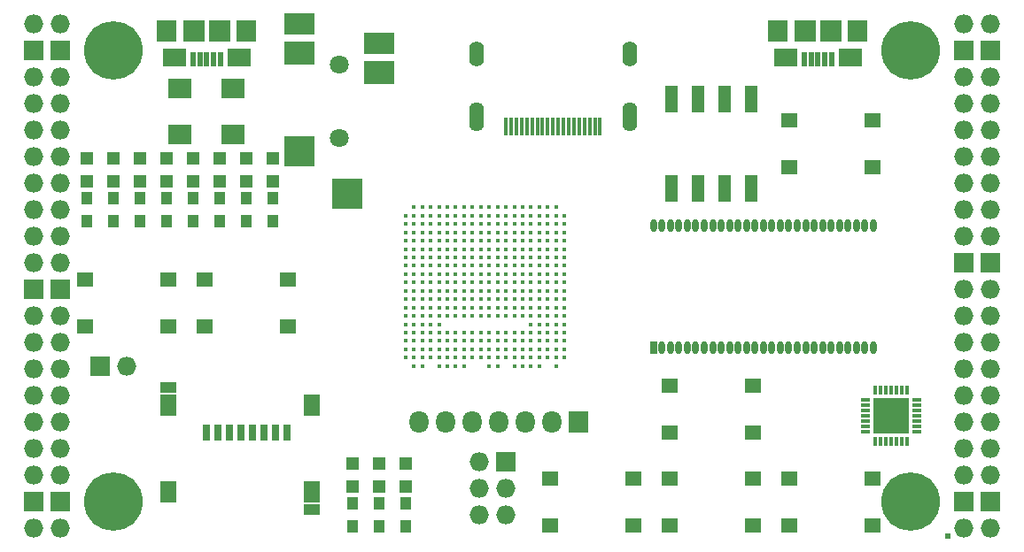
<source format=gts>
G04 #@! TF.FileFunction,Soldermask,Top*
%FSLAX46Y46*%
G04 Gerber Fmt 4.6, Leading zero omitted, Abs format (unit mm)*
G04 Created by KiCad (PCBNEW 4.0.7+dfsg1-1) date Sun Dec 17 18:43:24 2017*
%MOMM*%
%LPD*%
G01*
G04 APERTURE LIST*
%ADD10C,0.100000*%
%ADD11O,1.827200X1.827200*%
%ADD12R,1.827200X1.827200*%
%ADD13R,0.600000X0.600000*%
%ADD14C,5.600000*%
%ADD15R,1.000000X1.300000*%
%ADD16R,2.200000X1.700000*%
%ADD17R,2.000000X2.000000*%
%ADD18R,0.500000X1.450000*%
%ADD19R,1.900000X2.000000*%
%ADD20O,0.950000X0.400000*%
%ADD21O,0.400000X0.950000*%
%ADD22R,1.775000X1.775000*%
%ADD23R,1.827200X2.132000*%
%ADD24O,1.827200X2.132000*%
%ADD25R,1.650000X1.400000*%
%ADD26R,1.220000X2.540000*%
%ADD27C,0.430000*%
%ADD28R,1.300000X1.300000*%
%ADD29R,2.900000X2.100000*%
%ADD30R,2.900000X2.300000*%
%ADD31R,2.900000X2.900000*%
%ADD32C,1.800000*%
%ADD33O,1.400000X2.800000*%
%ADD34O,1.400000X2.400000*%
%ADD35R,0.350000X1.700000*%
%ADD36O,0.660000X1.200000*%
%ADD37R,0.660000X1.200000*%
%ADD38R,0.800000X1.600000*%
%ADD39R,1.550000X1.000000*%
%ADD40R,1.550000X2.100000*%
%ADD41R,2.300000X1.900000*%
G04 APERTURE END LIST*
D10*
D11*
X97910000Y-62690000D03*
X95370000Y-62690000D03*
D12*
X97910000Y-65230000D03*
X95370000Y-65230000D03*
D11*
X97910000Y-67770000D03*
X95370000Y-67770000D03*
X97910000Y-70310000D03*
X95370000Y-70310000D03*
X97910000Y-72850000D03*
X95370000Y-72850000D03*
X97910000Y-75390000D03*
X95370000Y-75390000D03*
X97910000Y-77930000D03*
X95370000Y-77930000D03*
X97910000Y-80470000D03*
X95370000Y-80470000D03*
X97910000Y-83010000D03*
X95370000Y-83010000D03*
X97910000Y-85550000D03*
X95370000Y-85550000D03*
D12*
X97910000Y-88090000D03*
X95370000Y-88090000D03*
D11*
X97910000Y-90630000D03*
X95370000Y-90630000D03*
X97910000Y-93170000D03*
X95370000Y-93170000D03*
X97910000Y-95710000D03*
X95370000Y-95710000D03*
X97910000Y-98250000D03*
X95370000Y-98250000D03*
X97910000Y-100790000D03*
X95370000Y-100790000D03*
X97910000Y-103330000D03*
X95370000Y-103330000D03*
X97910000Y-105870000D03*
X95370000Y-105870000D03*
D12*
X97910000Y-108410000D03*
X95370000Y-108410000D03*
D11*
X97910000Y-110950000D03*
X95370000Y-110950000D03*
D13*
X182675150Y-111637626D03*
D11*
X184270000Y-110950000D03*
X186810000Y-110950000D03*
D12*
X184270000Y-108410000D03*
X186810000Y-108410000D03*
D11*
X184270000Y-105870000D03*
X186810000Y-105870000D03*
X184270000Y-103330000D03*
X186810000Y-103330000D03*
X184270000Y-100790000D03*
X186810000Y-100790000D03*
X184270000Y-98250000D03*
X186810000Y-98250000D03*
X184270000Y-95710000D03*
X186810000Y-95710000D03*
X184270000Y-93170000D03*
X186810000Y-93170000D03*
X184270000Y-90630000D03*
X186810000Y-90630000D03*
X184270000Y-88090000D03*
X186810000Y-88090000D03*
D12*
X184270000Y-85550000D03*
X186810000Y-85550000D03*
D11*
X184270000Y-83010000D03*
X186810000Y-83010000D03*
X184270000Y-80470000D03*
X186810000Y-80470000D03*
X184270000Y-77930000D03*
X186810000Y-77930000D03*
X184270000Y-75390000D03*
X186810000Y-75390000D03*
X184270000Y-72850000D03*
X186810000Y-72850000D03*
X184270000Y-70310000D03*
X186810000Y-70310000D03*
X184270000Y-67770000D03*
X186810000Y-67770000D03*
D12*
X184270000Y-65230000D03*
X186810000Y-65230000D03*
D11*
X184270000Y-62690000D03*
X186810000Y-62690000D03*
D14*
X102990000Y-108410000D03*
X179190000Y-108410000D03*
X179190000Y-65230000D03*
X102990000Y-65230000D03*
D12*
X101720000Y-95456000D03*
D11*
X104260000Y-95456000D03*
D15*
X128390000Y-108580000D03*
X128390000Y-110780000D03*
X130930000Y-110780000D03*
X130930000Y-108580000D03*
D16*
X114980000Y-65875000D03*
X108780000Y-65875000D03*
D17*
X113080000Y-63325000D03*
X110680000Y-63325000D03*
D18*
X113180000Y-66000000D03*
X112530000Y-66000000D03*
X111880000Y-66000000D03*
X111230000Y-66000000D03*
X110580000Y-66000000D03*
D19*
X115680000Y-63325000D03*
X108080000Y-63325000D03*
D16*
X173400000Y-65875000D03*
X167200000Y-65875000D03*
D17*
X171500000Y-63325000D03*
X169100000Y-63325000D03*
D18*
X171600000Y-66000000D03*
X170950000Y-66000000D03*
X170300000Y-66000000D03*
X169650000Y-66000000D03*
X169000000Y-66000000D03*
D19*
X174100000Y-63325000D03*
X166500000Y-63325000D03*
D12*
X140455000Y-104600000D03*
D11*
X137915000Y-104600000D03*
X140455000Y-107140000D03*
X137915000Y-107140000D03*
X140455000Y-109680000D03*
X137915000Y-109680000D03*
D15*
X118230000Y-81570000D03*
X118230000Y-79370000D03*
X115690000Y-81570000D03*
X115690000Y-79370000D03*
X113150000Y-81570000D03*
X113150000Y-79370000D03*
X110610000Y-81570000D03*
X110610000Y-79370000D03*
X108070000Y-81570000D03*
X108070000Y-79370000D03*
X105530000Y-81570000D03*
X105530000Y-79370000D03*
X102990000Y-81570000D03*
X102990000Y-79370000D03*
X100450000Y-81570000D03*
X100450000Y-79370000D03*
D20*
X179735000Y-101655000D03*
X179735000Y-101155000D03*
X179735000Y-100655000D03*
X179735000Y-100155000D03*
X179735000Y-99655000D03*
X179735000Y-99155000D03*
X179735000Y-98655000D03*
D21*
X178785000Y-97705000D03*
X178285000Y-97705000D03*
X177785000Y-97705000D03*
X177285000Y-97705000D03*
X176785000Y-97705000D03*
X176285000Y-97705000D03*
X175785000Y-97705000D03*
D20*
X174835000Y-98655000D03*
X174835000Y-99155000D03*
X174835000Y-99655000D03*
X174835000Y-100155000D03*
X174835000Y-100655000D03*
X174835000Y-101155000D03*
X174835000Y-101655000D03*
D21*
X175785000Y-102605000D03*
X176285000Y-102605000D03*
X176785000Y-102605000D03*
X177285000Y-102605000D03*
X177785000Y-102605000D03*
X178285000Y-102605000D03*
X178785000Y-102605000D03*
D22*
X176447500Y-99317500D03*
X176447500Y-100992500D03*
X178122500Y-99317500D03*
X178122500Y-100992500D03*
D23*
X147440000Y-100790000D03*
D24*
X144900000Y-100790000D03*
X142360000Y-100790000D03*
X139820000Y-100790000D03*
X137280000Y-100790000D03*
X134740000Y-100790000D03*
X132200000Y-100790000D03*
D25*
X175550000Y-71870000D03*
X175550000Y-76370000D03*
X167590000Y-76370000D03*
X167590000Y-71870000D03*
X100280000Y-91610000D03*
X100280000Y-87110000D03*
X108240000Y-87110000D03*
X108240000Y-91610000D03*
X111710000Y-91610000D03*
X111710000Y-87110000D03*
X119670000Y-87110000D03*
X119670000Y-91610000D03*
X156160000Y-101770000D03*
X156160000Y-97270000D03*
X164120000Y-97270000D03*
X164120000Y-101770000D03*
X164120000Y-106160000D03*
X164120000Y-110660000D03*
X156160000Y-110660000D03*
X156160000Y-106160000D03*
X152690000Y-106160000D03*
X152690000Y-110660000D03*
X144730000Y-110660000D03*
X144730000Y-106160000D03*
X175550000Y-106160000D03*
X175550000Y-110660000D03*
X167590000Y-110660000D03*
X167590000Y-106160000D03*
D26*
X156330000Y-78425000D03*
X163950000Y-69815000D03*
X158870000Y-78425000D03*
X161410000Y-69815000D03*
X161410000Y-78425000D03*
X158870000Y-69815000D03*
X163950000Y-78425000D03*
X156330000Y-69815000D03*
D27*
X131680000Y-80200000D03*
X132480000Y-80200000D03*
X133280000Y-80200000D03*
X134080000Y-80200000D03*
X134880000Y-80200000D03*
X135680000Y-80200000D03*
X136480000Y-80200000D03*
X137280000Y-80200000D03*
X138080000Y-80200000D03*
X138880000Y-80200000D03*
X139680000Y-80200000D03*
X140480000Y-80200000D03*
X141280000Y-80200000D03*
X142080000Y-80200000D03*
X142880000Y-80200000D03*
X143680000Y-80200000D03*
X144480000Y-80200000D03*
X145280000Y-80200000D03*
X130880000Y-81000000D03*
X131680000Y-81000000D03*
X132480000Y-81000000D03*
X133280000Y-81000000D03*
X134080000Y-81000000D03*
X134880000Y-81000000D03*
X135680000Y-81000000D03*
X136480000Y-81000000D03*
X137280000Y-81000000D03*
X138080000Y-81000000D03*
X138880000Y-81000000D03*
X139680000Y-81000000D03*
X140480000Y-81000000D03*
X141280000Y-81000000D03*
X142080000Y-81000000D03*
X142880000Y-81000000D03*
X143680000Y-81000000D03*
X144480000Y-81000000D03*
X145280000Y-81000000D03*
X146080000Y-81000000D03*
X130880000Y-81800000D03*
X131680000Y-81800000D03*
X132480000Y-81800000D03*
X133280000Y-81800000D03*
X134080000Y-81800000D03*
X134880000Y-81800000D03*
X135680000Y-81800000D03*
X136480000Y-81800000D03*
X137280000Y-81800000D03*
X138080000Y-81800000D03*
X138880000Y-81800000D03*
X139680000Y-81800000D03*
X140480000Y-81800000D03*
X141280000Y-81800000D03*
X142080000Y-81800000D03*
X142880000Y-81800000D03*
X143680000Y-81800000D03*
X144480000Y-81800000D03*
X145280000Y-81800000D03*
X146080000Y-81800000D03*
X130880000Y-82600000D03*
X131680000Y-82600000D03*
X132480000Y-82600000D03*
X133280000Y-82600000D03*
X134080000Y-82600000D03*
X134880000Y-82600000D03*
X135680000Y-82600000D03*
X136480000Y-82600000D03*
X137280000Y-82600000D03*
X138080000Y-82600000D03*
X138880000Y-82600000D03*
X139680000Y-82600000D03*
X140480000Y-82600000D03*
X141280000Y-82600000D03*
X142080000Y-82600000D03*
X142880000Y-82600000D03*
X143680000Y-82600000D03*
X144480000Y-82600000D03*
X145280000Y-82600000D03*
X146080000Y-82600000D03*
X130880000Y-83400000D03*
X131680000Y-83400000D03*
X132480000Y-83400000D03*
X133280000Y-83400000D03*
X134080000Y-83400000D03*
X134880000Y-83400000D03*
X135680000Y-83400000D03*
X136480000Y-83400000D03*
X137280000Y-83400000D03*
X138080000Y-83400000D03*
X138880000Y-83400000D03*
X139680000Y-83400000D03*
X140480000Y-83400000D03*
X141280000Y-83400000D03*
X142080000Y-83400000D03*
X142880000Y-83400000D03*
X143680000Y-83400000D03*
X144480000Y-83400000D03*
X145280000Y-83400000D03*
X146080000Y-83400000D03*
X130880000Y-84200000D03*
X131680000Y-84200000D03*
X132480000Y-84200000D03*
X133280000Y-84200000D03*
X134080000Y-84200000D03*
X134880000Y-84200000D03*
X135680000Y-84200000D03*
X136480000Y-84200000D03*
X137280000Y-84200000D03*
X138080000Y-84200000D03*
X138880000Y-84200000D03*
X139680000Y-84200000D03*
X140480000Y-84200000D03*
X141280000Y-84200000D03*
X142080000Y-84200000D03*
X142880000Y-84200000D03*
X143680000Y-84200000D03*
X144480000Y-84200000D03*
X145280000Y-84200000D03*
X146080000Y-84200000D03*
X130880000Y-85000000D03*
X131680000Y-85000000D03*
X132480000Y-85000000D03*
X133280000Y-85000000D03*
X134080000Y-85000000D03*
X134880000Y-85000000D03*
X135680000Y-85000000D03*
X136480000Y-85000000D03*
X137280000Y-85000000D03*
X138080000Y-85000000D03*
X138880000Y-85000000D03*
X139680000Y-85000000D03*
X140480000Y-85000000D03*
X141280000Y-85000000D03*
X142080000Y-85000000D03*
X142880000Y-85000000D03*
X143680000Y-85000000D03*
X144480000Y-85000000D03*
X145280000Y-85000000D03*
X146080000Y-85000000D03*
X130880000Y-85800000D03*
X131680000Y-85800000D03*
X132480000Y-85800000D03*
X133280000Y-85800000D03*
X134080000Y-85800000D03*
X134880000Y-85800000D03*
X135680000Y-85800000D03*
X136480000Y-85800000D03*
X137280000Y-85800000D03*
X138080000Y-85800000D03*
X138880000Y-85800000D03*
X139680000Y-85800000D03*
X140480000Y-85800000D03*
X141280000Y-85800000D03*
X142080000Y-85800000D03*
X142880000Y-85800000D03*
X143680000Y-85800000D03*
X144480000Y-85800000D03*
X145280000Y-85800000D03*
X146080000Y-85800000D03*
X130880000Y-86600000D03*
X131680000Y-86600000D03*
X132480000Y-86600000D03*
X133280000Y-86600000D03*
X134080000Y-86600000D03*
X134880000Y-86600000D03*
X135680000Y-86600000D03*
X136480000Y-86600000D03*
X137280000Y-86600000D03*
X138080000Y-86600000D03*
X138880000Y-86600000D03*
X139680000Y-86600000D03*
X140480000Y-86600000D03*
X141280000Y-86600000D03*
X142080000Y-86600000D03*
X142880000Y-86600000D03*
X143680000Y-86600000D03*
X144480000Y-86600000D03*
X145280000Y-86600000D03*
X146080000Y-86600000D03*
X130880000Y-87400000D03*
X131680000Y-87400000D03*
X132480000Y-87400000D03*
X133280000Y-87400000D03*
X134080000Y-87400000D03*
X134880000Y-87400000D03*
X135680000Y-87400000D03*
X136480000Y-87400000D03*
X137280000Y-87400000D03*
X138080000Y-87400000D03*
X138880000Y-87400000D03*
X139680000Y-87400000D03*
X140480000Y-87400000D03*
X141280000Y-87400000D03*
X142080000Y-87400000D03*
X142880000Y-87400000D03*
X143680000Y-87400000D03*
X144480000Y-87400000D03*
X145280000Y-87400000D03*
X146080000Y-87400000D03*
X130880000Y-88200000D03*
X131680000Y-88200000D03*
X132480000Y-88200000D03*
X133280000Y-88200000D03*
X134080000Y-88200000D03*
X134880000Y-88200000D03*
X135680000Y-88200000D03*
X136480000Y-88200000D03*
X137280000Y-88200000D03*
X138080000Y-88200000D03*
X138880000Y-88200000D03*
X139680000Y-88200000D03*
X140480000Y-88200000D03*
X141280000Y-88200000D03*
X142080000Y-88200000D03*
X142880000Y-88200000D03*
X143680000Y-88200000D03*
X144480000Y-88200000D03*
X145280000Y-88200000D03*
X146080000Y-88200000D03*
X130880000Y-89000000D03*
X131680000Y-89000000D03*
X132480000Y-89000000D03*
X133280000Y-89000000D03*
X134080000Y-89000000D03*
X134880000Y-89000000D03*
X135680000Y-89000000D03*
X136480000Y-89000000D03*
X137280000Y-89000000D03*
X138080000Y-89000000D03*
X138880000Y-89000000D03*
X139680000Y-89000000D03*
X140480000Y-89000000D03*
X141280000Y-89000000D03*
X142080000Y-89000000D03*
X142880000Y-89000000D03*
X143680000Y-89000000D03*
X144480000Y-89000000D03*
X145280000Y-89000000D03*
X146080000Y-89000000D03*
X130880000Y-89800000D03*
X131680000Y-89800000D03*
X132480000Y-89800000D03*
X133280000Y-89800000D03*
X134080000Y-89800000D03*
X134880000Y-89800000D03*
X135680000Y-89800000D03*
X136480000Y-89800000D03*
X137280000Y-89800000D03*
X138080000Y-89800000D03*
X138880000Y-89800000D03*
X139680000Y-89800000D03*
X140480000Y-89800000D03*
X141280000Y-89800000D03*
X142080000Y-89800000D03*
X142880000Y-89800000D03*
X143680000Y-89800000D03*
X144480000Y-89800000D03*
X145280000Y-89800000D03*
X146080000Y-89800000D03*
X130880000Y-90600000D03*
X131680000Y-90600000D03*
X132480000Y-90600000D03*
X133280000Y-90600000D03*
X134080000Y-90600000D03*
X134880000Y-90600000D03*
X135680000Y-90600000D03*
X136480000Y-90600000D03*
X137280000Y-90600000D03*
X138080000Y-90600000D03*
X138880000Y-90600000D03*
X139680000Y-90600000D03*
X140480000Y-90600000D03*
X141280000Y-90600000D03*
X142080000Y-90600000D03*
X142880000Y-90600000D03*
X143680000Y-90600000D03*
X144480000Y-90600000D03*
X145280000Y-90600000D03*
X146080000Y-90600000D03*
X130880000Y-91400000D03*
X131680000Y-91400000D03*
X132480000Y-91400000D03*
X133280000Y-91400000D03*
X134080000Y-91400000D03*
X142880000Y-91400000D03*
X143680000Y-91400000D03*
X144480000Y-91400000D03*
X145280000Y-91400000D03*
X146080000Y-91400000D03*
X130880000Y-92200000D03*
X131680000Y-92200000D03*
X132480000Y-92200000D03*
X133280000Y-92200000D03*
X134080000Y-92200000D03*
X134880000Y-92200000D03*
X135680000Y-92200000D03*
X136480000Y-92200000D03*
X137280000Y-92200000D03*
X138080000Y-92200000D03*
X138880000Y-92200000D03*
X139680000Y-92200000D03*
X140480000Y-92200000D03*
X141280000Y-92200000D03*
X142080000Y-92200000D03*
X142880000Y-92200000D03*
X143680000Y-92200000D03*
X144480000Y-92200000D03*
X145280000Y-92200000D03*
X146080000Y-92200000D03*
X130880000Y-93000000D03*
X131680000Y-93000000D03*
X132480000Y-93000000D03*
X133280000Y-93000000D03*
X134080000Y-93000000D03*
X134880000Y-93000000D03*
X135680000Y-93000000D03*
X136480000Y-93000000D03*
X137280000Y-93000000D03*
X138080000Y-93000000D03*
X138880000Y-93000000D03*
X139680000Y-93000000D03*
X140480000Y-93000000D03*
X141280000Y-93000000D03*
X142080000Y-93000000D03*
X142880000Y-93000000D03*
X143680000Y-93000000D03*
X144480000Y-93000000D03*
X145280000Y-93000000D03*
X146080000Y-93000000D03*
X130880000Y-93800000D03*
X131680000Y-93800000D03*
X132480000Y-93800000D03*
X133280000Y-93800000D03*
X134080000Y-93800000D03*
X134880000Y-93800000D03*
X135680000Y-93800000D03*
X136480000Y-93800000D03*
X137280000Y-93800000D03*
X138080000Y-93800000D03*
X138880000Y-93800000D03*
X139680000Y-93800000D03*
X140480000Y-93800000D03*
X141280000Y-93800000D03*
X142080000Y-93800000D03*
X142880000Y-93800000D03*
X143680000Y-93800000D03*
X144480000Y-93800000D03*
X145280000Y-93800000D03*
X146080000Y-93800000D03*
X130880000Y-94600000D03*
X131680000Y-94600000D03*
X132480000Y-94600000D03*
X133280000Y-94600000D03*
X134080000Y-94600000D03*
X134880000Y-94600000D03*
X135680000Y-94600000D03*
X136480000Y-94600000D03*
X137280000Y-94600000D03*
X138080000Y-94600000D03*
X138880000Y-94600000D03*
X139680000Y-94600000D03*
X140480000Y-94600000D03*
X141280000Y-94600000D03*
X142080000Y-94600000D03*
X142880000Y-94600000D03*
X143680000Y-94600000D03*
X144480000Y-94600000D03*
X145280000Y-94600000D03*
X146080000Y-94600000D03*
X131680000Y-95400000D03*
X132480000Y-95400000D03*
X134080000Y-95400000D03*
X134880000Y-95400000D03*
X135680000Y-95400000D03*
X136480000Y-95400000D03*
X138880000Y-95400000D03*
X139680000Y-95400000D03*
X141280000Y-95400000D03*
X142080000Y-95400000D03*
X142880000Y-95400000D03*
X143680000Y-95400000D03*
X145280000Y-95400000D03*
D28*
X125850000Y-104770000D03*
X125850000Y-106970000D03*
D15*
X125850000Y-108580000D03*
X125850000Y-110780000D03*
D28*
X128390000Y-104770000D03*
X128390000Y-106970000D03*
X118230000Y-77760000D03*
X118230000Y-75560000D03*
X115690000Y-77760000D03*
X115690000Y-75560000D03*
X113150000Y-77760000D03*
X113150000Y-75560000D03*
X110610000Y-77760000D03*
X110610000Y-75560000D03*
X108070000Y-77760000D03*
X108070000Y-75560000D03*
X105530000Y-77760000D03*
X105530000Y-75560000D03*
X102990000Y-77760000D03*
X102990000Y-75560000D03*
X100450000Y-77760000D03*
X100450000Y-75560000D03*
X130930000Y-104770000D03*
X130930000Y-106970000D03*
D29*
X120780000Y-62648000D03*
D30*
X120780000Y-65448000D03*
D31*
X120780000Y-74848000D03*
X125330000Y-78948000D03*
D30*
X128380000Y-67348000D03*
D29*
X128380000Y-64548000D03*
D32*
X124580000Y-66548000D03*
X124580000Y-73548000D03*
D33*
X152280000Y-71550000D03*
X137680000Y-71550000D03*
D34*
X137680000Y-65500000D03*
D35*
X140480000Y-72500000D03*
X140980000Y-72500000D03*
X141480000Y-72500000D03*
X141980000Y-72500000D03*
X142480000Y-72500000D03*
X142980000Y-72500000D03*
X143480000Y-72500000D03*
X143980000Y-72500000D03*
X144480000Y-72500000D03*
X144980000Y-72500000D03*
X145480000Y-72500000D03*
X145980000Y-72500000D03*
X146480000Y-72500000D03*
X146980000Y-72500000D03*
X147480000Y-72500000D03*
X147980000Y-72500000D03*
X148480000Y-72500000D03*
X148980000Y-72500000D03*
X149480000Y-72500000D03*
D34*
X152280000Y-65500000D03*
D36*
X175597000Y-81920000D03*
D37*
X154589000Y-93680000D03*
D36*
X155397000Y-93680000D03*
X156205000Y-93680000D03*
X157013000Y-93680000D03*
X157821000Y-93680000D03*
X158629000Y-93680000D03*
X159437000Y-93680000D03*
X160245000Y-93680000D03*
X161053000Y-93680000D03*
X161861000Y-93680000D03*
X162669000Y-93680000D03*
X163477000Y-93680000D03*
X164285000Y-93680000D03*
X165093000Y-93680000D03*
X165901000Y-93680000D03*
X166709000Y-93680000D03*
X167517000Y-93680000D03*
X168325000Y-93680000D03*
X169133000Y-93680000D03*
X169941000Y-93680000D03*
X170749000Y-93680000D03*
X171557000Y-93680000D03*
X172365000Y-93680000D03*
X173173000Y-93680000D03*
X173981000Y-93680000D03*
X174789000Y-93680000D03*
X175597000Y-93680000D03*
X174789000Y-81920000D03*
X173981000Y-81920000D03*
X173173000Y-81920000D03*
X172365000Y-81920000D03*
X171557000Y-81920000D03*
X170749000Y-81920000D03*
X169941000Y-81920000D03*
X169133000Y-81920000D03*
X168325000Y-81920000D03*
X167517000Y-81920000D03*
X166709000Y-81920000D03*
X165901000Y-81920000D03*
X165093000Y-81920000D03*
X164285000Y-81920000D03*
X163477000Y-81920000D03*
X162669000Y-81920000D03*
X161861000Y-81920000D03*
X161053000Y-81920000D03*
X160245000Y-81920000D03*
X159437000Y-81920000D03*
X158629000Y-81920000D03*
X157821000Y-81920000D03*
X157013000Y-81920000D03*
X156205000Y-81920000D03*
X155397000Y-81920000D03*
X154589000Y-81920000D03*
D38*
X111850000Y-101750000D03*
X112950000Y-101750000D03*
X114050000Y-101750000D03*
X115150000Y-101750000D03*
X116250000Y-101750000D03*
X117350000Y-101750000D03*
X118450000Y-101750000D03*
X119550000Y-101750000D03*
D39*
X108175000Y-97450000D03*
X121925000Y-109150000D03*
D40*
X121925000Y-99150000D03*
X108175000Y-99150000D03*
X108175000Y-107450000D03*
X121925000Y-107450000D03*
D41*
X114420000Y-68872000D03*
X109340000Y-68872000D03*
X109340000Y-73272000D03*
X114420000Y-73272000D03*
M02*

</source>
